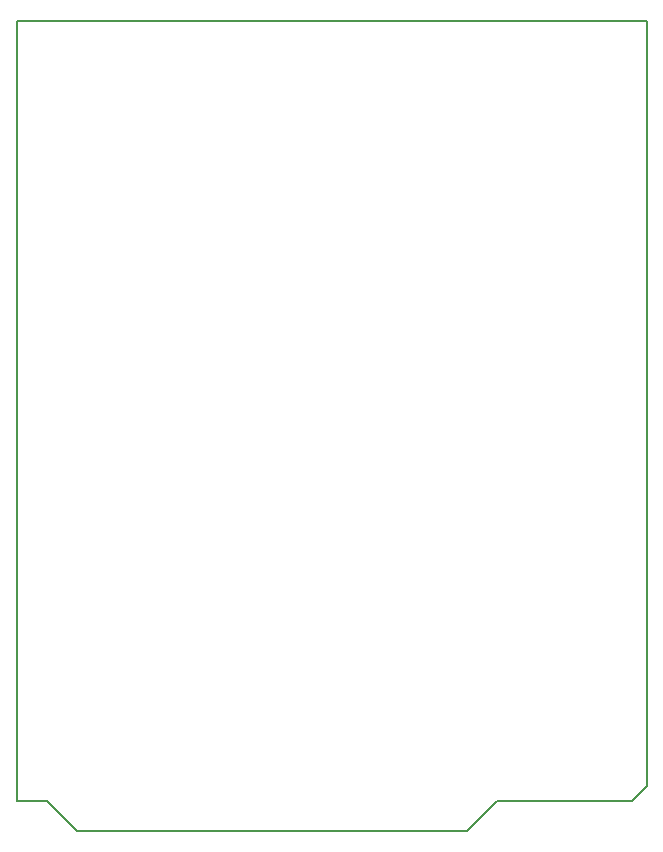
<source format=gbr>
G04 #@! TF.FileFunction,Profile,NP*
%FSLAX46Y46*%
G04 Gerber Fmt 4.6, Leading zero omitted, Abs format (unit mm)*
G04 Created by KiCad (PCBNEW (after 2015-mar-04 BZR unknown)-product) date 2015年06月14日日曜日 16:42:44*
%MOMM*%
G01*
G04 APERTURE LIST*
%ADD10C,0.100000*%
%ADD11C,0.150000*%
G04 APERTURE END LIST*
D10*
D11*
X2540000Y2550000D02*
X5080000Y10000D01*
X0Y2550000D02*
X2540000Y2550000D01*
X0Y68590000D02*
X0Y2550000D01*
X53340000Y68590000D02*
X0Y68590000D01*
X53340000Y3820000D02*
X53340000Y68590000D01*
X52070000Y2550000D02*
X53340000Y3820000D01*
X40640000Y2550000D02*
X52070000Y2550000D01*
X38100000Y10000D02*
X40640000Y2550000D01*
X5080000Y10000D02*
X38100000Y10000D01*
M02*

</source>
